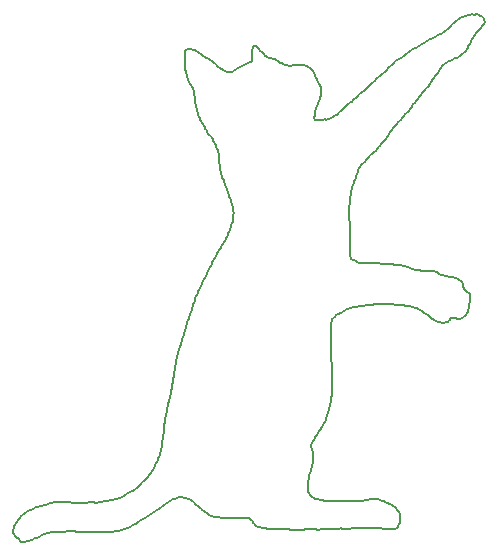
<source format=gbr>
G04 #@! TF.GenerationSoftware,KiCad,Pcbnew,(5.1.2)-1*
G04 #@! TF.CreationDate,2019-05-06T21:39:49-07:00*
G04 #@! TF.ProjectId,12v1a_psu,31327631-615f-4707-9375-2e6b69636164,rev?*
G04 #@! TF.SameCoordinates,Original*
G04 #@! TF.FileFunction,Legend,Bot*
G04 #@! TF.FilePolarity,Positive*
%FSLAX46Y46*%
G04 Gerber Fmt 4.6, Leading zero omitted, Abs format (unit mm)*
G04 Created by KiCad (PCBNEW (5.1.2)-1) date 2019-05-06 21:39:49*
%MOMM*%
%LPD*%
G04 APERTURE LIST*
%ADD10C,0.200000*%
G04 APERTURE END LIST*
D10*
X148272500Y-96858750D02*
X148167773Y-96955342D01*
X148167773Y-96955342D02*
X148058058Y-97051254D01*
X148058058Y-97051254D02*
X147949543Y-97143460D01*
X147949543Y-97143460D02*
X147931250Y-97158750D01*
X137446250Y-95133750D02*
X137313033Y-95216595D01*
X137313033Y-95216595D02*
X137185663Y-95295776D01*
X137185663Y-95295776D02*
X137060444Y-95372650D01*
X137060444Y-95372650D02*
X136933496Y-95446543D01*
X136933496Y-95446543D02*
X136795403Y-95508652D01*
X136795403Y-95508652D02*
X136607758Y-95524935D01*
X136607758Y-95524935D02*
X136542500Y-95523750D01*
X137795000Y-94946250D02*
X137656988Y-95008350D01*
X137656988Y-95008350D02*
X137528832Y-95082466D01*
X137528832Y-95082466D02*
X137446250Y-95133750D01*
X138413750Y-94665000D02*
X138281591Y-94734617D01*
X138281591Y-94734617D02*
X138145667Y-94801054D01*
X138145667Y-94801054D02*
X138006563Y-94865112D01*
X138006563Y-94865112D02*
X137864602Y-94924887D01*
X137864602Y-94924887D02*
X137795000Y-94946250D01*
X139606250Y-94155000D02*
X139513369Y-94046532D01*
X139513369Y-94046532D02*
X139417551Y-93939538D01*
X139417551Y-93939538D02*
X139319621Y-93833804D01*
X139319621Y-93833804D02*
X139220633Y-93730005D01*
X139220633Y-93730005D02*
X139120688Y-93628164D01*
X139120688Y-93628164D02*
X139018539Y-93527419D01*
X139018539Y-93527419D02*
X138914094Y-93428954D01*
X138914094Y-93428954D02*
X138806351Y-93336150D01*
X138806351Y-93336150D02*
X138740000Y-93296249D01*
X143045000Y-94998750D02*
X142872358Y-94970585D01*
X142872358Y-94970585D02*
X142685645Y-94956260D01*
X142685645Y-94956260D02*
X142489698Y-94949468D01*
X142489698Y-94949468D02*
X142288666Y-94949173D01*
X142288666Y-94949173D02*
X142094509Y-94955775D01*
X142094509Y-94955775D02*
X141909649Y-94972118D01*
X141909649Y-94972118D02*
X141811250Y-94991250D01*
X144241250Y-96652500D02*
X144174967Y-96514123D01*
X144174967Y-96514123D02*
X144106315Y-96381588D01*
X144106315Y-96381588D02*
X144034338Y-96252653D01*
X144034338Y-96252653D02*
X143982500Y-96168749D01*
X149832500Y-95426250D02*
X149729990Y-95526161D01*
X149729990Y-95526161D02*
X149623309Y-95622109D01*
X149623309Y-95622109D02*
X149513625Y-95714481D01*
X149513625Y-95714481D02*
X149431250Y-95778750D01*
X154501250Y-92295000D02*
X154367823Y-92363056D01*
X154367823Y-92363056D02*
X154234481Y-92431524D01*
X154234481Y-92431524D02*
X154097796Y-92502232D01*
X154097796Y-92502232D02*
X153965060Y-92571468D01*
X153965060Y-92571468D02*
X153829347Y-92642903D01*
X153829347Y-92642903D02*
X153697476Y-92713013D01*
X153697476Y-92713013D02*
X153562848Y-92785372D01*
X153562848Y-92785372D02*
X153431842Y-92856624D01*
X153431842Y-92856624D02*
X153298139Y-92930277D01*
X153298139Y-92930277D02*
X153167701Y-93003125D01*
X153167701Y-93003125D02*
X153034435Y-93078645D01*
X153034435Y-93078645D02*
X152903928Y-93153751D01*
X152903928Y-93153751D02*
X152764719Y-93235196D01*
X152764719Y-93235196D02*
X152638637Y-93310201D01*
X152638637Y-93310201D02*
X152508648Y-93388815D01*
X152508648Y-93388815D02*
X152379129Y-93468462D01*
X152379129Y-93468462D02*
X152250956Y-93548595D01*
X152250956Y-93548595D02*
X152123651Y-93629464D01*
X152123651Y-93629464D02*
X152000764Y-93708707D01*
X152000764Y-93708707D02*
X151877216Y-93789508D01*
X151877216Y-93789508D02*
X151756679Y-93869377D01*
X151756679Y-93869377D02*
X151636142Y-93950214D01*
X151636142Y-93950214D02*
X151515292Y-94032156D01*
X151515292Y-94032156D02*
X151456250Y-94072499D01*
X157343750Y-90678750D02*
X157287500Y-90671250D01*
X154347500Y-95441250D02*
X154405162Y-95298310D01*
X154405162Y-95298310D02*
X154474874Y-95167136D01*
X154474874Y-95167136D02*
X154556403Y-95047348D01*
X154556403Y-95047348D02*
X154647500Y-94953750D01*
X150871250Y-94462500D02*
X150757377Y-94553058D01*
X150757377Y-94553058D02*
X150649256Y-94648777D01*
X150649256Y-94648777D02*
X150542387Y-94745746D01*
X150542387Y-94745746D02*
X150433204Y-94846355D01*
X150433204Y-94846355D02*
X150328605Y-94943908D01*
X150328605Y-94943908D02*
X150223321Y-95043202D01*
X150223321Y-95043202D02*
X150120591Y-95141234D01*
X150120591Y-95141234D02*
X150015557Y-95242898D01*
X150015557Y-95242898D02*
X149914582Y-95342611D01*
X149914582Y-95342611D02*
X149832500Y-95426250D01*
X153766250Y-96258750D02*
X153840219Y-96132093D01*
X153840219Y-96132093D02*
X153920601Y-96010967D01*
X153920601Y-96010967D02*
X154011498Y-95892653D01*
X154011498Y-95892653D02*
X154105469Y-95784779D01*
X154105469Y-95784779D02*
X154167500Y-95718749D01*
X147931250Y-97158750D02*
X147820702Y-97251620D01*
X147820702Y-97251620D02*
X147712568Y-97344100D01*
X147712568Y-97344100D02*
X147605383Y-97439652D01*
X147605383Y-97439652D02*
X147500859Y-97536246D01*
X147500859Y-97536246D02*
X147390781Y-97639439D01*
X147390781Y-97639439D02*
X147286311Y-97737733D01*
X147286311Y-97737733D02*
X147260000Y-97762500D01*
X145163750Y-99461249D02*
X145175000Y-99472500D01*
X145118750Y-99446250D02*
X145163750Y-99461249D01*
X145186250Y-99423749D02*
X145118750Y-99446250D01*
X147260000Y-97762500D02*
X147153547Y-97859564D01*
X147153547Y-97859564D02*
X147044258Y-97952212D01*
X147044258Y-97952212D02*
X146930454Y-98040931D01*
X146930454Y-98040931D02*
X146847500Y-98096250D01*
X157718750Y-91987500D02*
X157815699Y-91882549D01*
X157815699Y-91882549D02*
X157910379Y-91775611D01*
X157910379Y-91775611D02*
X158002673Y-91666810D01*
X158002673Y-91666810D02*
X158092391Y-91554551D01*
X158092391Y-91554551D02*
X158138750Y-91488750D01*
X157006250Y-93030000D02*
X157064396Y-92887207D01*
X157064396Y-92887207D02*
X157131598Y-92752005D01*
X157131598Y-92752005D02*
X157205719Y-92625227D01*
X157205719Y-92625227D02*
X157286675Y-92503623D01*
X157286675Y-92503623D02*
X157371661Y-92388454D01*
X157371661Y-92388454D02*
X157460903Y-92276956D01*
X157460903Y-92276956D02*
X157553442Y-92168573D01*
X157553442Y-92168573D02*
X157649479Y-92061778D01*
X157649479Y-92061778D02*
X157718750Y-91987500D01*
X156402500Y-93952500D02*
X156507128Y-93856784D01*
X156507128Y-93856784D02*
X156602341Y-93750625D01*
X156602341Y-93750625D02*
X156684755Y-93632941D01*
X156684755Y-93632941D02*
X156754742Y-93501633D01*
X156754742Y-93501633D02*
X156766250Y-93476250D01*
X154647500Y-94953750D02*
X154766435Y-94870744D01*
X154766435Y-94870744D02*
X154889764Y-94792497D01*
X154889764Y-94792497D02*
X155015653Y-94716944D01*
X155015653Y-94716944D02*
X155146362Y-94641865D01*
X155146362Y-94641865D02*
X155277478Y-94569646D01*
X155277478Y-94569646D02*
X155410429Y-94499901D01*
X155410429Y-94499901D02*
X155546370Y-94433845D01*
X155546370Y-94433845D02*
X155686250Y-94383750D01*
X156766250Y-93476250D02*
X156833750Y-93342965D01*
X156833750Y-93342965D02*
X156882500Y-93277499D01*
X144976250Y-99554999D02*
X144798572Y-99577573D01*
X144798572Y-99577573D02*
X144758750Y-99554999D01*
X157287500Y-90671250D02*
X157111250Y-90663750D01*
X157823750Y-90761250D02*
X157686779Y-90697041D01*
X157686779Y-90697041D02*
X157532969Y-90650605D01*
X157532969Y-90650605D02*
X157346849Y-90664850D01*
X157346849Y-90664850D02*
X157343750Y-90678750D01*
X145568750Y-99217499D02*
X145448977Y-99299681D01*
X145448977Y-99299681D02*
X145324074Y-99376448D01*
X145324074Y-99376448D02*
X145186250Y-99423749D01*
X157111250Y-90663750D02*
X156947737Y-90702863D01*
X156947737Y-90702863D02*
X156803750Y-90727500D01*
X139936250Y-94327500D02*
X139764027Y-94299063D01*
X139764027Y-94299063D02*
X139652491Y-94209592D01*
X139652491Y-94209592D02*
X139606250Y-94155000D01*
X143982500Y-96168749D02*
X143912283Y-96037348D01*
X143912283Y-96037348D02*
X143854779Y-95893409D01*
X143854779Y-95893409D02*
X143817500Y-95756249D01*
X141811250Y-94991250D02*
X141630244Y-95011036D01*
X141630244Y-95011036D02*
X141456318Y-94984375D01*
X141456318Y-94984375D02*
X141302516Y-94936543D01*
X141302516Y-94936543D02*
X141160302Y-94877222D01*
X141160302Y-94877222D02*
X141024964Y-94809916D01*
X141024964Y-94809916D02*
X140896143Y-94737556D01*
X140896143Y-94737556D02*
X140771099Y-94660590D01*
X140771099Y-94660590D02*
X140697500Y-94612500D01*
X146847500Y-98096250D02*
X146730005Y-98179093D01*
X146730005Y-98179093D02*
X146621278Y-98271802D01*
X146621278Y-98271802D02*
X146516504Y-98368558D01*
X146516504Y-98368558D02*
X146415402Y-98468281D01*
X146415402Y-98468281D02*
X146412500Y-98471250D01*
X143813750Y-99562500D02*
X143781484Y-99394475D01*
X143781484Y-99394475D02*
X143800518Y-99212984D01*
X143800518Y-99212984D02*
X143829827Y-99039355D01*
X143829827Y-99039355D02*
X143864901Y-98872485D01*
X143864901Y-98872485D02*
X143905123Y-98709367D01*
X143905123Y-98709367D02*
X143949751Y-98552818D01*
X143949751Y-98552818D02*
X144001017Y-98399012D01*
X144001017Y-98399012D02*
X144050000Y-98276250D01*
X145175000Y-99472500D02*
X145037141Y-99535421D01*
X145037141Y-99535421D02*
X144976250Y-99554999D01*
X153481250Y-96652500D02*
X153563615Y-96533051D01*
X153563615Y-96533051D02*
X153578750Y-96517500D01*
X151456250Y-94072499D02*
X151335819Y-94155054D01*
X151335819Y-94155054D02*
X151213448Y-94238401D01*
X151213448Y-94238401D02*
X151093007Y-94319712D01*
X151093007Y-94319712D02*
X150972262Y-94399948D01*
X150972262Y-94399948D02*
X150871250Y-94462500D01*
X156125000Y-90960000D02*
X156004630Y-91041128D01*
X156004630Y-91041128D02*
X155893947Y-91131227D01*
X155893947Y-91131227D02*
X155786726Y-91224799D01*
X155786726Y-91224799D02*
X155680676Y-91320565D01*
X155680676Y-91320565D02*
X155576065Y-91416884D01*
X155576065Y-91416884D02*
X155469161Y-91516535D01*
X155469161Y-91516535D02*
X155375000Y-91605000D01*
X156882500Y-93277499D02*
X156956014Y-93148502D01*
X156956014Y-93148502D02*
X157006250Y-93030000D01*
X156803750Y-90727500D02*
X156635531Y-90761888D01*
X156635531Y-90761888D02*
X156480749Y-90808175D01*
X156480749Y-90808175D02*
X156332718Y-90862872D01*
X156332718Y-90862872D02*
X156192980Y-90924863D01*
X156192980Y-90924863D02*
X156125000Y-90960000D01*
X154167500Y-95718749D02*
X154258501Y-95603473D01*
X154258501Y-95603473D02*
X154333045Y-95477633D01*
X154333045Y-95477633D02*
X154347500Y-95441250D01*
X155375000Y-91605000D02*
X155270989Y-91703267D01*
X155270989Y-91703267D02*
X155167365Y-91799695D01*
X155167365Y-91799695D02*
X155061095Y-91896130D01*
X155061095Y-91896130D02*
X154953038Y-91990134D01*
X154953038Y-91990134D02*
X154841583Y-92080489D01*
X154841583Y-92080489D02*
X154723056Y-92166180D01*
X154723056Y-92166180D02*
X154598153Y-92243205D01*
X154598153Y-92243205D02*
X154501250Y-92295000D01*
X158138750Y-91488750D02*
X158192787Y-91342634D01*
X158192787Y-91342634D02*
X158187025Y-91148021D01*
X158187025Y-91148021D02*
X158121976Y-91012828D01*
X158121976Y-91012828D02*
X158028224Y-90906463D01*
X158028224Y-90906463D02*
X157914201Y-90816982D01*
X157914201Y-90816982D02*
X157823750Y-90761250D01*
X138481250Y-94211250D02*
X138479601Y-94411963D01*
X138479601Y-94411963D02*
X138463381Y-94596169D01*
X138463381Y-94596169D02*
X138413750Y-94665000D01*
X144050000Y-98276250D02*
X144111309Y-98133802D01*
X144111309Y-98133802D02*
X144169752Y-97989498D01*
X144169752Y-97989498D02*
X144224362Y-97843705D01*
X144224362Y-97843705D02*
X144274841Y-97693925D01*
X144274841Y-97693925D02*
X144319950Y-97537291D01*
X144319950Y-97537291D02*
X144356151Y-97372138D01*
X144356151Y-97372138D02*
X144375930Y-97191398D01*
X144375930Y-97191398D02*
X144376250Y-97177500D01*
X144706250Y-99554999D02*
X144535488Y-99584284D01*
X144535488Y-99584284D02*
X144335598Y-99584651D01*
X144335598Y-99584651D02*
X144137997Y-99578776D01*
X144137997Y-99578776D02*
X143944328Y-99569804D01*
X143944328Y-99569804D02*
X143813750Y-99562500D01*
X149431250Y-95778750D02*
X149320733Y-95869539D01*
X149320733Y-95869539D02*
X149212326Y-95964889D01*
X149212326Y-95964889D02*
X149106394Y-96061563D01*
X149106394Y-96061563D02*
X148998707Y-96161938D01*
X148998707Y-96161938D02*
X148891847Y-96262844D01*
X148891847Y-96262844D02*
X148784315Y-96365265D01*
X148784315Y-96365265D02*
X148676565Y-96468499D01*
X148676565Y-96468499D02*
X148564482Y-96576351D01*
X148564482Y-96576351D02*
X148457007Y-96680097D01*
X148457007Y-96680097D02*
X148353122Y-96780614D01*
X148353122Y-96780614D02*
X148272500Y-96858750D01*
X155686250Y-94383750D02*
X155822510Y-94317848D01*
X155822510Y-94317848D02*
X155949940Y-94244523D01*
X155949940Y-94244523D02*
X156077116Y-94167983D01*
X156077116Y-94167983D02*
X156200805Y-94090738D01*
X156200805Y-94090738D02*
X156322077Y-94011167D01*
X156322077Y-94011167D02*
X156402500Y-93952500D01*
X153083750Y-97143750D02*
X153178848Y-97035887D01*
X153178848Y-97035887D02*
X153273373Y-96925841D01*
X153273373Y-96925841D02*
X153364906Y-96815518D01*
X153364906Y-96815518D02*
X153452287Y-96702464D01*
X153452287Y-96702464D02*
X153481250Y-96652500D01*
X135875000Y-95265000D02*
X135766728Y-95173045D01*
X135766728Y-95173045D02*
X135656403Y-95082677D01*
X135656403Y-95082677D02*
X135542354Y-94991268D01*
X135542354Y-94991268D02*
X135428652Y-94901617D01*
X135428652Y-94901617D02*
X135313744Y-94812281D01*
X135313744Y-94812281D02*
X135199134Y-94724369D01*
X135199134Y-94724369D02*
X135081879Y-94635708D01*
X135081879Y-94635708D02*
X134965277Y-94549009D01*
X134965277Y-94549009D02*
X134847343Y-94463242D01*
X134847343Y-94463242D02*
X134729505Y-94380515D01*
X134729505Y-94380515D02*
X134637500Y-94320000D01*
X146412500Y-98471250D02*
X146312513Y-98572705D01*
X146312513Y-98572705D02*
X146211871Y-98674028D01*
X146211871Y-98674028D02*
X146109260Y-98775459D01*
X146109260Y-98775459D02*
X146005729Y-98873811D01*
X146005729Y-98873811D02*
X145898801Y-98968108D01*
X145898801Y-98968108D02*
X145786907Y-99057590D01*
X145786907Y-99057590D02*
X145670655Y-99143988D01*
X145670655Y-99143988D02*
X145568750Y-99217499D01*
X136542500Y-95523750D02*
X136351998Y-95511654D01*
X136351998Y-95511654D02*
X136190476Y-95473132D01*
X136190476Y-95473132D02*
X136056284Y-95406536D01*
X136056284Y-95406536D02*
X135940530Y-95321653D01*
X135940530Y-95321653D02*
X135875000Y-95265000D01*
X138740000Y-93296249D02*
X138621277Y-93377641D01*
X138621277Y-93377641D02*
X138559810Y-93516564D01*
X138559810Y-93516564D02*
X138520980Y-93679581D01*
X138520980Y-93679581D02*
X138497057Y-93856730D01*
X138497057Y-93856730D02*
X138484423Y-94045163D01*
X138484423Y-94045163D02*
X138481250Y-94211250D01*
X143817500Y-95756249D02*
X143770765Y-95601520D01*
X143770765Y-95601520D02*
X143702922Y-95466881D01*
X143702922Y-95466881D02*
X143618176Y-95349763D01*
X143618176Y-95349763D02*
X143517713Y-95247164D01*
X143517713Y-95247164D02*
X143404323Y-95159749D01*
X143404323Y-95159749D02*
X143276728Y-95085886D01*
X143276728Y-95085886D02*
X143134973Y-95026424D01*
X143134973Y-95026424D02*
X143045000Y-94998750D01*
X140697500Y-94612500D02*
X140573687Y-94534826D01*
X140573687Y-94534826D02*
X140442692Y-94465264D01*
X140442692Y-94465264D02*
X140301533Y-94405797D01*
X140301533Y-94405797D02*
X140147350Y-94359685D01*
X140147350Y-94359685D02*
X139974772Y-94330830D01*
X139974772Y-94330830D02*
X139936250Y-94327500D01*
X144376250Y-97177500D02*
X144364523Y-96988393D01*
X144364523Y-96988393D02*
X144319588Y-96832897D01*
X144319588Y-96832897D02*
X144258866Y-96690406D01*
X144258866Y-96690406D02*
X144241250Y-96652500D01*
X144758750Y-99554999D02*
X144706250Y-99554999D01*
X153578750Y-96517500D02*
X153671898Y-96407737D01*
X153671898Y-96407737D02*
X153751283Y-96286202D01*
X153751283Y-96286202D02*
X153766250Y-96258750D01*
X148962500Y-102195000D02*
X149060291Y-102090810D01*
X149060291Y-102090810D02*
X149131250Y-102000000D01*
X155318750Y-116392500D02*
X155505162Y-116378261D01*
X155505162Y-116378261D02*
X155688201Y-116397045D01*
X155688201Y-116397045D02*
X155727500Y-116403750D01*
X146922500Y-105581250D02*
X146959123Y-105416232D01*
X146959123Y-105416232D02*
X147003711Y-105259277D01*
X147003711Y-105259277D02*
X147052588Y-105106091D01*
X147052588Y-105106091D02*
X147104912Y-104957383D01*
X147104912Y-104957383D02*
X147110000Y-104943750D01*
X156541250Y-116212500D02*
X156635678Y-116106364D01*
X156635678Y-116106364D02*
X156716028Y-115986137D01*
X156716028Y-115986137D02*
X156781777Y-115850463D01*
X156781777Y-115850463D02*
X156832441Y-115697888D01*
X156832441Y-115697888D02*
X156867098Y-115530153D01*
X156867098Y-115530153D02*
X156886250Y-115346250D01*
X146873750Y-111288750D02*
X146814346Y-111147067D01*
X146814346Y-111147067D02*
X146787138Y-110973949D01*
X146787138Y-110973949D02*
X146776649Y-110783956D01*
X146776649Y-110783956D02*
X146775490Y-110584523D01*
X146775490Y-110584523D02*
X146779671Y-110388061D01*
X146779671Y-110388061D02*
X146786912Y-110194727D01*
X146786912Y-110194727D02*
X146796064Y-110003849D01*
X146796064Y-110003849D02*
X146806736Y-109810493D01*
X146806736Y-109810493D02*
X146810000Y-109755000D01*
X156410000Y-113748750D02*
X156387500Y-113651250D01*
X145216250Y-119752500D02*
X145203203Y-119562628D01*
X145203203Y-119562628D02*
X145194209Y-119369632D01*
X145194209Y-119369632D02*
X145187867Y-119174585D01*
X145187867Y-119174585D02*
X145183516Y-118978483D01*
X145183516Y-118978483D02*
X145180725Y-118776462D01*
X145180725Y-118776462D02*
X145179384Y-118571670D01*
X145179384Y-118571670D02*
X145179396Y-118365099D01*
X145179396Y-118365099D02*
X145180664Y-118163056D01*
X145180664Y-118163056D02*
X145183118Y-117964180D01*
X145183118Y-117964180D02*
X145186906Y-117760805D01*
X145186906Y-117760805D02*
X145191980Y-117562139D01*
X145191980Y-117562139D02*
X145198461Y-117367762D01*
X145198461Y-117367762D02*
X145206708Y-117175381D01*
X145206708Y-117175381D02*
X145217425Y-116983115D01*
X145217425Y-116983115D02*
X145231721Y-116794763D01*
X145231721Y-116794763D02*
X145252970Y-116614752D01*
X145252970Y-116614752D02*
X145253750Y-116610000D01*
X151737500Y-112087500D02*
X151588322Y-112036393D01*
X151588322Y-112036393D02*
X151431497Y-111991378D01*
X151431497Y-111991378D02*
X151267100Y-111951945D01*
X151267100Y-111951945D02*
X151099364Y-111918261D01*
X151099364Y-111918261D02*
X150927676Y-111889265D01*
X150927676Y-111889265D02*
X150752552Y-111864271D01*
X150752552Y-111864271D02*
X150571506Y-111842356D01*
X150571506Y-111842356D02*
X150389298Y-111823568D01*
X150389298Y-111823568D02*
X150201518Y-111807013D01*
X150201518Y-111807013D02*
X150013855Y-111792813D01*
X150013855Y-111792813D02*
X149822577Y-111780342D01*
X149822577Y-111780342D02*
X149627972Y-111769391D01*
X149627972Y-111769391D02*
X149435666Y-111760014D01*
X149435666Y-111760014D02*
X149240416Y-111751743D01*
X149240416Y-111751743D02*
X149046388Y-111744587D01*
X149046388Y-111744587D02*
X148850998Y-111738301D01*
X148850998Y-111738301D02*
X148654922Y-111732793D01*
X148654922Y-111732793D02*
X148453526Y-111727862D01*
X148453526Y-111727862D02*
X148437500Y-111727500D01*
X154073750Y-112466250D02*
X153918367Y-112421408D01*
X153918367Y-112421408D02*
X153743278Y-112395695D01*
X153743278Y-112395695D02*
X153555878Y-112381511D01*
X153555878Y-112381511D02*
X153363696Y-112372848D01*
X153363696Y-112372848D02*
X153237500Y-112368750D01*
X154932500Y-116715000D02*
X155083667Y-116664582D01*
X155083667Y-116664582D02*
X155196132Y-116576958D01*
X155196132Y-116576958D02*
X155228750Y-116523750D01*
X154268750Y-112575000D02*
X154145236Y-112496505D01*
X154145236Y-112496505D02*
X154073750Y-112466250D01*
X156432500Y-113763750D02*
X156410000Y-113748750D01*
X154058750Y-116643750D02*
X154210591Y-116693213D01*
X154210591Y-116693213D02*
X154381568Y-116726394D01*
X154381568Y-116726394D02*
X154403750Y-116730000D01*
X154403750Y-116730000D02*
X154580445Y-116753962D01*
X154580445Y-116753962D02*
X154778012Y-116751307D01*
X154778012Y-116751307D02*
X154932500Y-116715000D01*
X154850000Y-112796250D02*
X154689291Y-112755544D01*
X154689291Y-112755544D02*
X154542404Y-112701501D01*
X154542404Y-112701501D02*
X154512500Y-112687500D01*
X155727500Y-116403750D02*
X155910675Y-116421836D01*
X155910675Y-116421836D02*
X156100201Y-116411046D01*
X156100201Y-116411046D02*
X156263855Y-116374102D01*
X156263855Y-116374102D02*
X156405336Y-116313965D01*
X156405336Y-116313965D02*
X156523148Y-116230084D01*
X156523148Y-116230084D02*
X156541250Y-116212500D01*
X153781250Y-116441250D02*
X153818750Y-116471250D01*
X146618750Y-115601250D02*
X146763302Y-115545612D01*
X146763302Y-115545612D02*
X146919815Y-115500990D01*
X146919815Y-115500990D02*
X147081069Y-115462065D01*
X147081069Y-115462065D02*
X147247279Y-115426776D01*
X147247279Y-115426776D02*
X147418356Y-115394507D01*
X147418356Y-115394507D02*
X147589791Y-115365924D01*
X147589791Y-115365924D02*
X147766783Y-115340451D01*
X147766783Y-115340451D02*
X147946820Y-115319363D01*
X147946820Y-115319363D02*
X148066250Y-115308750D01*
X153695000Y-116366250D02*
X153781250Y-116441250D01*
X146262500Y-115781250D02*
X146401380Y-115710894D01*
X146401380Y-115710894D02*
X146537483Y-115642747D01*
X146537483Y-115642747D02*
X146618750Y-115601250D01*
X156886250Y-115346250D02*
X156902809Y-115159455D01*
X156902809Y-115159455D02*
X156933446Y-114989744D01*
X156933446Y-114989744D02*
X156953750Y-114926250D01*
X154512500Y-112687500D02*
X154375640Y-112623809D01*
X154375640Y-112623809D02*
X154317500Y-112608750D01*
X147462500Y-103953750D02*
X147518722Y-103808510D01*
X147518722Y-103808510D02*
X147590061Y-103679321D01*
X147590061Y-103679321D02*
X147670671Y-103559114D01*
X147670671Y-103559114D02*
X147757012Y-103444971D01*
X147757012Y-103444971D02*
X147847352Y-103334802D01*
X147847352Y-103334802D02*
X147941781Y-103226062D01*
X147941781Y-103226062D02*
X148038279Y-103119557D01*
X148038279Y-103119557D02*
X148135155Y-103016000D01*
X148135155Y-103016000D02*
X148234102Y-102912824D01*
X148234102Y-102912824D02*
X148335919Y-102808754D01*
X148335919Y-102808754D02*
X148436185Y-102707892D01*
X148436185Y-102707892D02*
X148537014Y-102607768D01*
X148537014Y-102607768D02*
X148642724Y-102503937D01*
X148642724Y-102503937D02*
X148744957Y-102404424D01*
X148744957Y-102404424D02*
X148846726Y-102306103D01*
X148846726Y-102306103D02*
X148953385Y-102203718D01*
X148953385Y-102203718D02*
X148962500Y-102195000D01*
X147110000Y-104943750D02*
X147168360Y-104793616D01*
X147168360Y-104793616D02*
X147225803Y-104645019D01*
X147225803Y-104645019D02*
X147282477Y-104496390D01*
X147282477Y-104496390D02*
X147336782Y-104349620D01*
X147336782Y-104349620D02*
X147389331Y-104198212D01*
X147389331Y-104198212D02*
X147436867Y-104045119D01*
X147436867Y-104045119D02*
X147462500Y-103953750D01*
X146825000Y-106139999D02*
X146856791Y-105963649D01*
X146856791Y-105963649D02*
X146887259Y-105791036D01*
X146887259Y-105791036D02*
X146916527Y-105618402D01*
X146916527Y-105618402D02*
X146922500Y-105581250D01*
X154317500Y-112608750D02*
X154268750Y-112575000D01*
X146787500Y-108423750D02*
X146769615Y-108240967D01*
X146769615Y-108240967D02*
X146756113Y-108049375D01*
X146756113Y-108049375D02*
X146746839Y-107857909D01*
X146746839Y-107857909D02*
X146741059Y-107663090D01*
X146741059Y-107663090D02*
X146738582Y-107464093D01*
X146738582Y-107464093D02*
X146739414Y-107263684D01*
X146739414Y-107263684D02*
X146743546Y-107065350D01*
X146743546Y-107065350D02*
X146750925Y-106872590D01*
X146750925Y-106872590D02*
X146761987Y-106681089D01*
X146761987Y-106681089D02*
X146777213Y-106493815D01*
X146777213Y-106493815D02*
X146797388Y-106313906D01*
X146797388Y-106313906D02*
X146824820Y-106140924D01*
X146824820Y-106140924D02*
X146825000Y-106139999D01*
X146810000Y-109755000D02*
X146820756Y-109561984D01*
X146820756Y-109561984D02*
X146829839Y-109370579D01*
X146829839Y-109370579D02*
X146835406Y-109171793D01*
X146835406Y-109171793D02*
X146833609Y-108973102D01*
X146833609Y-108973102D02*
X146823118Y-108783168D01*
X146823118Y-108783168D02*
X146806561Y-108599559D01*
X146806561Y-108599559D02*
X146787500Y-108423750D01*
X155356250Y-112890000D02*
X155185614Y-112857907D01*
X155185614Y-112857907D02*
X155016273Y-112826730D01*
X155016273Y-112826730D02*
X154850000Y-112796250D01*
X148696250Y-115233750D02*
X148877045Y-115213338D01*
X148877045Y-115213338D02*
X149071775Y-115203228D01*
X149071775Y-115203228D02*
X149267320Y-115197245D01*
X149267320Y-115197245D02*
X149466445Y-115193806D01*
X149466445Y-115193806D02*
X149681081Y-115192457D01*
X149681081Y-115192457D02*
X149881071Y-115193244D01*
X149881071Y-115193244D02*
X150080973Y-115196173D01*
X150080973Y-115196173D02*
X150277923Y-115201720D01*
X150277923Y-115201720D02*
X150471008Y-115211273D01*
X150471008Y-115211273D02*
X150650000Y-115230000D01*
X156387500Y-113651250D02*
X156363851Y-113474773D01*
X156363851Y-113474773D02*
X156275561Y-113360531D01*
X156275561Y-113360531D02*
X156267500Y-113351250D01*
X150650000Y-115230000D02*
X150828121Y-115255646D01*
X150828121Y-115255646D02*
X151009884Y-115276243D01*
X151009884Y-115276243D02*
X151192648Y-115293861D01*
X151192648Y-115293861D02*
X151328750Y-115305000D01*
X145253750Y-122808750D02*
X145261050Y-122615199D01*
X145261050Y-122615199D02*
X145265575Y-122417239D01*
X145265575Y-122417239D02*
X145268714Y-122214195D01*
X145268714Y-122214195D02*
X145270832Y-122012632D01*
X145270832Y-122012632D02*
X145272189Y-121809942D01*
X145272189Y-121809942D02*
X145272884Y-121603197D01*
X145272884Y-121603197D02*
X145272932Y-121400560D01*
X145272932Y-121400560D02*
X145272335Y-121195367D01*
X145272335Y-121195367D02*
X145271069Y-120995703D01*
X145271069Y-120995703D02*
X145268999Y-120795721D01*
X145268999Y-120795721D02*
X145265860Y-120595550D01*
X145265860Y-120595550D02*
X145261173Y-120399934D01*
X145261173Y-120399934D02*
X145252967Y-120205719D01*
X145252967Y-120205719D02*
X145250000Y-120165000D01*
X144387500Y-125688750D02*
X144460703Y-125557771D01*
X144460703Y-125557771D02*
X144540273Y-125436517D01*
X144540273Y-125436517D02*
X144548750Y-125426250D01*
X145253750Y-116610000D02*
X145314575Y-116470323D01*
X145314575Y-116470323D02*
X145400906Y-116354863D01*
X145400906Y-116354863D02*
X145498528Y-116250232D01*
X145498528Y-116250232D02*
X145604829Y-116153790D01*
X145604829Y-116153790D02*
X145719401Y-116065867D01*
X145719401Y-116065867D02*
X145843237Y-115989334D01*
X145843237Y-115989334D02*
X145868750Y-115976250D01*
X156935000Y-114345000D02*
X156842708Y-114236751D01*
X156842708Y-114236751D02*
X156738923Y-114139706D01*
X156738923Y-114139706D02*
X156653750Y-114071250D01*
X156953750Y-114926250D02*
X156997950Y-114770083D01*
X156997950Y-114770083D02*
X157000964Y-114572912D01*
X157000964Y-114572912D02*
X156964995Y-114408329D01*
X156964995Y-114408329D02*
X156935000Y-114345000D01*
X153256250Y-116040000D02*
X153370875Y-116131027D01*
X153370875Y-116131027D02*
X153484191Y-116218077D01*
X153484191Y-116218077D02*
X153599710Y-116303191D01*
X153599710Y-116303191D02*
X153695000Y-116366250D01*
X151328750Y-115305000D02*
X151517599Y-115321810D01*
X151517599Y-115321810D02*
X151696002Y-115344824D01*
X151696002Y-115344824D02*
X151865240Y-115376979D01*
X151865240Y-115376979D02*
X152025552Y-115418549D01*
X152025552Y-115418549D02*
X152153750Y-115458750D01*
X156267500Y-113351250D02*
X156168928Y-113249399D01*
X156168928Y-113249399D02*
X156056219Y-113160538D01*
X156056219Y-113160538D02*
X155931629Y-113083808D01*
X155931629Y-113083808D02*
X155795766Y-113018087D01*
X155795766Y-113018087D02*
X155650445Y-112963391D01*
X155650445Y-112963391D02*
X155494673Y-112919022D01*
X155494673Y-112919022D02*
X155356250Y-112890000D01*
X152153750Y-115458750D02*
X152305073Y-115508581D01*
X152305073Y-115508581D02*
X152453253Y-115560844D01*
X152453253Y-115560844D02*
X152599260Y-115618574D01*
X152599260Y-115618574D02*
X152735962Y-115682098D01*
X152735962Y-115682098D02*
X152867064Y-115755309D01*
X152867064Y-115755309D02*
X152988387Y-115834945D01*
X152988387Y-115834945D02*
X153105203Y-115920708D01*
X153105203Y-115920708D02*
X153218884Y-116009895D01*
X153218884Y-116009895D02*
X153256250Y-116040000D01*
X144860000Y-124608750D02*
X144904970Y-124448621D01*
X144904970Y-124448621D02*
X144950703Y-124289225D01*
X144950703Y-124289225D02*
X144997049Y-124132625D01*
X144997049Y-124132625D02*
X145006250Y-124102500D01*
X147575000Y-111686250D02*
X147428968Y-111631759D01*
X147428968Y-111631759D02*
X147290937Y-111567489D01*
X147290937Y-111567489D02*
X147160324Y-111497508D01*
X147160324Y-111497508D02*
X147036160Y-111421654D01*
X147036160Y-111421654D02*
X146920422Y-111336319D01*
X146920422Y-111336319D02*
X146873750Y-111288750D01*
X145006250Y-124102500D02*
X145052462Y-123947915D01*
X145052462Y-123947915D02*
X145097265Y-123789807D01*
X145097265Y-123789807D02*
X145139057Y-123628597D01*
X145139057Y-123628597D02*
X145176054Y-123463646D01*
X145176054Y-123463646D02*
X145206476Y-123293902D01*
X145206476Y-123293902D02*
X145230154Y-123111560D01*
X145230154Y-123111560D02*
X145246325Y-122926550D01*
X145246325Y-122926550D02*
X145253750Y-122808750D01*
X156653750Y-114071250D02*
X156542793Y-113981403D01*
X156542793Y-113981403D02*
X156445118Y-113878365D01*
X156445118Y-113878365D02*
X156432500Y-113763750D01*
X145868750Y-115976250D02*
X146005109Y-115910010D01*
X146005109Y-115910010D02*
X146143608Y-115841469D01*
X146143608Y-115841469D02*
X146262500Y-115781250D01*
X145250000Y-120165000D02*
X145234602Y-119971877D01*
X145234602Y-119971877D02*
X145219175Y-119785580D01*
X145219175Y-119785580D02*
X145216250Y-119752500D01*
X155228750Y-116523750D02*
X155307278Y-116402249D01*
X155307278Y-116402249D02*
X155318750Y-116392500D01*
X144548750Y-125426250D02*
X144618519Y-125295380D01*
X144618519Y-125295380D02*
X144677824Y-125152921D01*
X144677824Y-125152921D02*
X144733189Y-125004870D01*
X144733189Y-125004870D02*
X144784774Y-124854612D01*
X144784774Y-124854612D02*
X144832821Y-124702112D01*
X144832821Y-124702112D02*
X144860000Y-124608750D01*
X152273750Y-98145000D02*
X152355632Y-98025384D01*
X152355632Y-98025384D02*
X152440304Y-97909226D01*
X152440304Y-97909226D02*
X152528162Y-97795019D01*
X152528162Y-97795019D02*
X152619501Y-97681354D01*
X152619501Y-97681354D02*
X152713224Y-97568597D01*
X152713224Y-97568597D02*
X152806516Y-97459153D01*
X152806516Y-97459153D02*
X152900646Y-97350746D01*
X152900646Y-97350746D02*
X152994332Y-97244322D01*
X152994332Y-97244322D02*
X153083750Y-97143750D01*
X150713750Y-100016250D02*
X150803926Y-99906311D01*
X150803926Y-99906311D02*
X150896429Y-99797696D01*
X150896429Y-99797696D02*
X150991920Y-99687357D01*
X150991920Y-99687357D02*
X151087827Y-99577719D01*
X151087827Y-99577719D02*
X151182624Y-99470284D01*
X151182624Y-99470284D02*
X151278153Y-99362871D01*
X151278153Y-99362871D02*
X151375363Y-99254445D01*
X151375363Y-99254445D02*
X151385000Y-99243750D01*
X153237500Y-112368750D02*
X153045028Y-112360486D01*
X153045028Y-112360486D02*
X152855116Y-112347921D01*
X152855116Y-112347921D02*
X152672885Y-112329708D01*
X152672885Y-112329708D02*
X152496487Y-112304159D01*
X152496487Y-112304159D02*
X152329285Y-112271090D01*
X152329285Y-112271090D02*
X152169392Y-112230838D01*
X152169392Y-112230838D02*
X152013297Y-112184003D01*
X152013297Y-112184003D02*
X151862922Y-112133144D01*
X151862922Y-112133144D02*
X151737500Y-112087500D01*
X152078750Y-98392500D02*
X152174271Y-98278944D01*
X152174271Y-98278944D02*
X152260695Y-98163825D01*
X152260695Y-98163825D02*
X152273750Y-98145000D01*
X151940000Y-98591250D02*
X152017034Y-98468081D01*
X152017034Y-98468081D02*
X152078750Y-98392500D01*
X151385000Y-99243750D02*
X151482588Y-99135899D01*
X151482588Y-99135899D02*
X151577199Y-99029407D01*
X151577199Y-99029407D02*
X151670611Y-98922317D01*
X151670611Y-98922317D02*
X151763469Y-98813621D01*
X151763469Y-98813621D02*
X151854738Y-98703604D01*
X151854738Y-98703604D02*
X151940000Y-98591250D01*
X150005000Y-100935000D02*
X150016250Y-100916250D01*
X148437500Y-111727500D02*
X148242178Y-111721808D01*
X148242178Y-111721808D02*
X148047769Y-111714913D01*
X148047769Y-111714913D02*
X147855936Y-111706609D01*
X147855936Y-111706609D02*
X147664666Y-111695611D01*
X147664666Y-111695611D02*
X147575000Y-111686250D01*
X153818750Y-116471250D02*
X153945554Y-116545958D01*
X153945554Y-116545958D02*
X154054293Y-116639612D01*
X154054293Y-116639612D02*
X154058750Y-116643750D01*
X148066250Y-115308750D02*
X148253029Y-115292714D01*
X148253029Y-115292714D02*
X148436281Y-115273132D01*
X148436281Y-115273132D02*
X148614466Y-115249088D01*
X148614466Y-115249088D02*
X148696250Y-115233750D01*
X150515000Y-100233750D02*
X150616474Y-100134524D01*
X150616474Y-100134524D02*
X150707710Y-100023949D01*
X150707710Y-100023949D02*
X150713750Y-100016250D01*
X150016250Y-100916250D02*
X150081585Y-100780418D01*
X150081585Y-100780418D02*
X150162558Y-100659018D01*
X150162558Y-100659018D02*
X150251034Y-100535933D01*
X150251034Y-100535933D02*
X150338371Y-100421468D01*
X150338371Y-100421468D02*
X150429214Y-100311423D01*
X150429214Y-100311423D02*
X150515000Y-100233750D01*
X149941250Y-101002500D02*
X150005000Y-100935000D01*
X149645000Y-101388750D02*
X149740525Y-101283257D01*
X149740525Y-101283257D02*
X149831575Y-101172112D01*
X149831575Y-101172112D02*
X149914651Y-101054988D01*
X149914651Y-101054988D02*
X149941250Y-101002500D01*
X149131250Y-102000000D02*
X149213824Y-101880851D01*
X149213824Y-101880851D02*
X149302903Y-101768671D01*
X149302903Y-101768671D02*
X149396184Y-101660248D01*
X149396184Y-101660248D02*
X149492128Y-101553631D01*
X149492128Y-101553631D02*
X149589333Y-101448318D01*
X149589333Y-101448318D02*
X149645000Y-101388750D01*
X143825000Y-131658750D02*
X143731250Y-131621250D01*
X143881250Y-131677500D02*
X143825000Y-131658750D01*
X143997500Y-131700000D02*
X143881250Y-131677500D01*
X144252500Y-131760000D02*
X144082357Y-131728280D01*
X144082357Y-131728280D02*
X143997500Y-131700000D01*
X129140000Y-133477500D02*
X129264406Y-133397849D01*
X129264406Y-133397849D02*
X129390342Y-133323665D01*
X129390342Y-133323665D02*
X129436250Y-133297500D01*
X127306250Y-134355000D02*
X127456614Y-134303348D01*
X127456614Y-134303348D02*
X127572500Y-134272500D01*
X144481250Y-131808750D02*
X144318053Y-131768879D01*
X144318053Y-131768879D02*
X144252500Y-131760000D01*
X145156250Y-131846250D02*
X144960011Y-131851467D01*
X144960011Y-131851467D02*
X144763866Y-131847098D01*
X144763866Y-131847098D02*
X144578786Y-131831392D01*
X144578786Y-131831392D02*
X144481250Y-131808750D01*
X132740000Y-131587500D02*
X132905724Y-131625001D01*
X132905724Y-131625001D02*
X133059297Y-131671455D01*
X133059297Y-131671455D02*
X133200669Y-131732045D01*
X133200669Y-131732045D02*
X133329085Y-131806850D01*
X133329085Y-131806850D02*
X133445624Y-131890692D01*
X133445624Y-131890692D02*
X133556382Y-131981205D01*
X133556382Y-131981205D02*
X133664665Y-132076481D01*
X133664665Y-132076481D02*
X133769501Y-132172642D01*
X133769501Y-132172642D02*
X133797500Y-132198750D01*
X128971250Y-133571250D02*
X129102679Y-133501734D01*
X129102679Y-133501734D02*
X129140000Y-133477500D01*
X133797500Y-132198750D02*
X133902915Y-132295757D01*
X133902915Y-132295757D02*
X134011575Y-132391137D01*
X134011575Y-132391137D02*
X134122088Y-132483286D01*
X134122088Y-132483286D02*
X134235971Y-132571026D01*
X134235971Y-132571026D02*
X134303750Y-132615000D01*
X145475000Y-131835000D02*
X145275661Y-131839958D01*
X145275661Y-131839958D02*
X145156250Y-131846250D01*
X146712500Y-131846250D02*
X146505165Y-131843843D01*
X146505165Y-131843843D02*
X146299619Y-131841658D01*
X146299619Y-131841658D02*
X146095107Y-131839670D01*
X146095107Y-131839670D02*
X145894776Y-131837899D01*
X145894776Y-131837899D02*
X145687668Y-131836266D01*
X145687668Y-131836266D02*
X145487933Y-131835026D01*
X145487933Y-131835026D02*
X145475000Y-131835000D01*
X150095000Y-134223750D02*
X150282521Y-134237601D01*
X150282521Y-134237601D02*
X150475277Y-134228157D01*
X150475277Y-134228157D02*
X150586250Y-134208750D01*
X138608750Y-133687500D02*
X138623750Y-133713750D01*
X120443750Y-134883750D02*
X120571660Y-134811419D01*
X120571660Y-134811419D02*
X120711741Y-134750535D01*
X120711741Y-134750535D02*
X120858499Y-134695805D01*
X120858499Y-134695805D02*
X121010953Y-134645616D01*
X121010953Y-134645616D02*
X121167153Y-134600190D01*
X121167153Y-134600190D02*
X121328279Y-134559823D01*
X121328279Y-134559823D02*
X121496726Y-134526298D01*
X121496726Y-134526298D02*
X121512500Y-134523750D01*
X150893750Y-133987500D02*
X150951537Y-133844430D01*
X150951537Y-133844430D02*
X150996137Y-133687983D01*
X150996137Y-133687983D02*
X151029569Y-133517824D01*
X151029569Y-133517824D02*
X151048594Y-133334589D01*
X151048594Y-133334589D02*
X151040000Y-133143750D01*
X150586250Y-134208750D02*
X150746058Y-134168532D01*
X150746058Y-134168532D02*
X150850015Y-134071744D01*
X150850015Y-134071744D02*
X150893750Y-133987500D01*
X146191250Y-134227500D02*
X146374683Y-134209502D01*
X146374683Y-134209502D02*
X146565885Y-134200390D01*
X146565885Y-134200390D02*
X146761886Y-134193264D01*
X146761886Y-134193264D02*
X146957052Y-134187430D01*
X146957052Y-134187430D02*
X147155145Y-134182436D01*
X147155145Y-134182436D02*
X147351151Y-134178245D01*
X147351151Y-134178245D02*
X147547758Y-134174708D01*
X147547758Y-134174708D02*
X147745098Y-134171798D01*
X147745098Y-134171798D02*
X147949171Y-134169471D01*
X147949171Y-134169471D02*
X148152334Y-134167894D01*
X148152334Y-134167894D02*
X148231250Y-134167500D01*
X120312500Y-134958750D02*
X120440237Y-134886156D01*
X120440237Y-134886156D02*
X120443750Y-134883750D01*
X127572500Y-134272500D02*
X127725049Y-134223401D01*
X127725049Y-134223401D02*
X127870337Y-134166196D01*
X127870337Y-134166196D02*
X128011766Y-134105510D01*
X128011766Y-134105510D02*
X128150899Y-134042271D01*
X128150899Y-134042271D02*
X128287938Y-133976939D01*
X128287938Y-133976939D02*
X128423941Y-133909010D01*
X128423941Y-133909010D02*
X128555957Y-133839527D01*
X128555957Y-133839527D02*
X128685241Y-133766479D01*
X128685241Y-133766479D02*
X128806867Y-133687992D01*
X128806867Y-133687992D02*
X128836250Y-133665000D01*
X129436250Y-133297500D02*
X129568306Y-133224180D01*
X129568306Y-133224180D02*
X129698015Y-133147848D01*
X129698015Y-133147848D02*
X129824531Y-133070485D01*
X129824531Y-133070485D02*
X129953735Y-132989028D01*
X129953735Y-132989028D02*
X130075307Y-132910275D01*
X130075307Y-132910275D02*
X130196534Y-132829616D01*
X130196534Y-132829616D02*
X130316765Y-132747153D01*
X130316765Y-132747153D02*
X130433688Y-132663684D01*
X130433688Y-132663684D02*
X130547917Y-132576356D01*
X130547917Y-132576356D02*
X130595000Y-132536250D01*
X126803750Y-134430000D02*
X126968842Y-134394818D01*
X126968842Y-134394818D02*
X127066250Y-134388750D01*
X142662500Y-134283750D02*
X142859809Y-134278018D01*
X142859809Y-134278018D02*
X143060847Y-134273153D01*
X143060847Y-134273153D02*
X143257925Y-134269489D01*
X143257925Y-134269489D02*
X143462929Y-134267097D01*
X143462929Y-134267097D02*
X143664375Y-134266610D01*
X143664375Y-134266610D02*
X143864539Y-134268886D01*
X143864539Y-134268886D02*
X144057500Y-134276166D01*
X144057500Y-134276166D02*
X144200000Y-134295000D01*
X128836250Y-133665000D02*
X128951602Y-133579766D01*
X128951602Y-133579766D02*
X128971250Y-133571250D01*
X138623750Y-133713750D02*
X138733050Y-133805298D01*
X138733050Y-133805298D02*
X138777500Y-133863750D01*
X134303750Y-132615000D02*
X134432634Y-132688128D01*
X134432634Y-132688128D02*
X134553780Y-132767548D01*
X134553780Y-132767548D02*
X134663750Y-132847500D01*
X139456250Y-134152500D02*
X139639615Y-134173794D01*
X139639615Y-134173794D02*
X139825178Y-134189694D01*
X139825178Y-134189694D02*
X140014765Y-134203310D01*
X140014765Y-134203310D02*
X140203146Y-134215190D01*
X140203146Y-134215190D02*
X140395753Y-134226096D01*
X140395753Y-134226096D02*
X140590858Y-134236117D01*
X140590858Y-134236117D02*
X140782221Y-134245085D01*
X140782221Y-134245085D02*
X140975508Y-134253359D01*
X140975508Y-134253359D02*
X141184867Y-134261464D01*
X141184867Y-134261464D02*
X141384033Y-134268361D01*
X141384033Y-134268361D02*
X141580330Y-134274345D01*
X141580330Y-134274345D02*
X141778724Y-134279493D01*
X141778724Y-134279493D02*
X141975933Y-134283579D01*
X141975933Y-134283579D02*
X142174425Y-134286412D01*
X142174425Y-134286412D02*
X142379093Y-134287519D01*
X142379093Y-134287519D02*
X142579872Y-134285801D01*
X142579872Y-134285801D02*
X142662500Y-134283750D01*
X144200000Y-134295000D02*
X144218750Y-134291250D01*
X135683750Y-133248750D02*
X135872786Y-133260854D01*
X135872786Y-133260854D02*
X136065642Y-133269336D01*
X136065642Y-133269336D02*
X136260716Y-133275786D01*
X136260716Y-133275786D02*
X136459922Y-133280731D01*
X136459922Y-133280731D02*
X136676289Y-133284446D01*
X136676289Y-133284446D02*
X136875038Y-133286339D01*
X136875038Y-133286339D02*
X137079024Y-133286609D01*
X137079024Y-133286609D02*
X137150000Y-133286250D01*
X145831250Y-134208750D02*
X145998452Y-134175668D01*
X145998452Y-134175668D02*
X146101250Y-134216250D01*
X138777500Y-133863750D02*
X138869511Y-133972344D01*
X138869511Y-133972344D02*
X138989646Y-134052413D01*
X138989646Y-134052413D02*
X139144540Y-134099839D01*
X139144540Y-134099839D02*
X139315083Y-134131253D01*
X139315083Y-134131253D02*
X139456250Y-134152500D01*
X145617500Y-134238750D02*
X145804142Y-134225030D01*
X145804142Y-134225030D02*
X145831250Y-134208750D01*
X144218750Y-134291250D02*
X144387753Y-134259440D01*
X144387753Y-134259440D02*
X144579998Y-134249361D01*
X144579998Y-134249361D02*
X144774699Y-134243328D01*
X144774699Y-134243328D02*
X144972062Y-134239645D01*
X144972062Y-134239645D02*
X145174207Y-134237723D01*
X145174207Y-134237723D02*
X145374625Y-134237350D01*
X145374625Y-134237350D02*
X145577236Y-134238380D01*
X145577236Y-134238380D02*
X145617500Y-134238750D01*
X137150000Y-133286250D02*
X137356759Y-133285479D01*
X137356759Y-133285479D02*
X137556761Y-133285551D01*
X137556761Y-133285551D02*
X137756152Y-133287167D01*
X137756152Y-133287167D02*
X137951880Y-133292066D01*
X137951880Y-133292066D02*
X138137792Y-133306373D01*
X138137792Y-133306373D02*
X138218750Y-133327500D01*
X132188750Y-131568750D02*
X132360048Y-131538959D01*
X132360048Y-131538959D02*
X132546996Y-131553118D01*
X132546996Y-131553118D02*
X132720044Y-131583708D01*
X132720044Y-131583708D02*
X132740000Y-131587500D01*
X127066250Y-134388750D02*
X127247793Y-134370174D01*
X127247793Y-134370174D02*
X127306250Y-134355000D01*
X121512500Y-134523750D02*
X121691635Y-134501816D01*
X121691635Y-134501816D02*
X121876078Y-134485775D01*
X121876078Y-134485775D02*
X122064302Y-134473054D01*
X122064302Y-134473054D02*
X122256876Y-134462654D01*
X122256876Y-134462654D02*
X122460979Y-134453905D01*
X122460979Y-134453905D02*
X122662304Y-134447279D01*
X122662304Y-134447279D02*
X122863060Y-134442566D01*
X122863060Y-134442566D02*
X123061451Y-134439863D01*
X123061451Y-134439863D02*
X123261152Y-134439406D01*
X123261152Y-134439406D02*
X123460832Y-134441923D01*
X123460832Y-134441923D02*
X123654388Y-134448831D01*
X123654388Y-134448831D02*
X123830000Y-134463750D01*
X144256250Y-125883750D02*
X144341505Y-125767300D01*
X144341505Y-125767300D02*
X144387500Y-125688750D01*
X146101250Y-134216250D02*
X146191250Y-134227500D01*
X143862500Y-126483750D02*
X143948716Y-126367808D01*
X143948716Y-126367808D02*
X144030009Y-126247020D01*
X144030009Y-126247020D02*
X144107108Y-126121348D01*
X144107108Y-126121348D02*
X144128750Y-126082500D01*
X143206250Y-130695000D02*
X143217162Y-130503444D01*
X143217162Y-130503444D02*
X143238344Y-130321084D01*
X143238344Y-130321084D02*
X143264080Y-130146543D01*
X143264080Y-130146543D02*
X143293444Y-129975001D01*
X143293444Y-129975001D02*
X143326661Y-129803608D01*
X143326661Y-129803608D02*
X143363155Y-129637723D01*
X143363155Y-129637723D02*
X143404487Y-129478111D01*
X143404487Y-129478111D02*
X143458107Y-129331205D01*
X143458107Y-129331205D02*
X143468750Y-129315000D01*
X143476250Y-131441250D02*
X143379798Y-131336472D01*
X143379798Y-131336472D02*
X143300343Y-131215000D01*
X143300343Y-131215000D02*
X143244820Y-131070427D01*
X143244820Y-131070427D02*
X143215056Y-130900094D01*
X143215056Y-130900094D02*
X143206270Y-130706777D01*
X143206270Y-130706777D02*
X143206250Y-130695000D01*
X151040000Y-133143750D02*
X151001496Y-132981989D01*
X151001496Y-132981989D02*
X150946999Y-132833269D01*
X150946999Y-132833269D02*
X150877656Y-132700104D01*
X150877656Y-132700104D02*
X150794712Y-132581296D01*
X150794712Y-132581296D02*
X150699937Y-132475410D01*
X150699937Y-132475410D02*
X150594577Y-132380228D01*
X150594577Y-132380228D02*
X150480174Y-132294132D01*
X150480174Y-132294132D02*
X150357460Y-132215241D01*
X150357460Y-132215241D02*
X150228470Y-132142829D01*
X150228470Y-132142829D02*
X150095070Y-132076125D01*
X150095070Y-132076125D02*
X150068750Y-132063750D01*
X138218750Y-133327500D02*
X138340779Y-133407272D01*
X138340779Y-133407272D02*
X138451694Y-133497633D01*
X138451694Y-133497633D02*
X138553836Y-133596300D01*
X138553836Y-133596300D02*
X138608750Y-133687500D01*
X150068750Y-132063750D02*
X149931896Y-131999919D01*
X149931896Y-131999919D02*
X149792717Y-131937113D01*
X149792717Y-131937113D02*
X149651864Y-131876738D01*
X149651864Y-131876738D02*
X149506076Y-131819145D01*
X149506076Y-131819145D02*
X149356161Y-131767301D01*
X149356161Y-131767301D02*
X149198489Y-131723844D01*
X149198489Y-131723844D02*
X149024879Y-131692785D01*
X149024879Y-131692785D02*
X148836154Y-131681473D01*
X148836154Y-131681473D02*
X148644360Y-131692165D01*
X148644360Y-131692165D02*
X148466773Y-131717089D01*
X148466773Y-131717089D02*
X148298700Y-131749289D01*
X148298700Y-131749289D02*
X148231250Y-131763750D01*
X148231250Y-134167500D02*
X148438014Y-134168356D01*
X148438014Y-134168356D02*
X148642552Y-134170618D01*
X148642552Y-134170618D02*
X148843070Y-134173949D01*
X148843070Y-134173949D02*
X149042078Y-134178230D01*
X149042078Y-134178230D02*
X149238134Y-134183373D01*
X149238134Y-134183373D02*
X149435361Y-134189527D01*
X149435361Y-134189527D02*
X149633008Y-134196864D01*
X149633008Y-134196864D02*
X149826039Y-134205584D01*
X149826039Y-134205584D02*
X150016530Y-134216996D01*
X150016530Y-134216996D02*
X150095000Y-134223750D01*
X134663750Y-132847500D02*
X134782207Y-132934270D01*
X134782207Y-132934270D02*
X134899378Y-133017488D01*
X134899378Y-133017488D02*
X135021147Y-133095756D01*
X135021147Y-133095756D02*
X135155552Y-133161438D01*
X135155552Y-133161438D02*
X135313734Y-133205133D01*
X135313734Y-133205133D02*
X135490483Y-133229966D01*
X135490483Y-133229966D02*
X135677524Y-133248179D01*
X135677524Y-133248179D02*
X135683750Y-133248750D01*
X119588750Y-135266250D02*
X119719585Y-135195743D01*
X119719585Y-135195743D02*
X119859774Y-135132990D01*
X119859774Y-135132990D02*
X120000404Y-135073296D01*
X120000404Y-135073296D02*
X120145135Y-135014945D01*
X120145135Y-135014945D02*
X120293334Y-134962365D01*
X120293334Y-134962365D02*
X120312500Y-134958750D01*
X144128750Y-126082500D02*
X144200531Y-125954204D01*
X144200531Y-125954204D02*
X144256250Y-125883750D01*
X143731250Y-131621250D02*
X143601360Y-131550164D01*
X143601360Y-131550164D02*
X143492676Y-131457358D01*
X143492676Y-131457358D02*
X143476250Y-131441250D01*
X123830000Y-134463750D02*
X124010967Y-134482825D01*
X124010967Y-134482825D02*
X124200504Y-134495139D01*
X124200504Y-134495139D02*
X124393878Y-134503640D01*
X124393878Y-134503640D02*
X124592349Y-134509594D01*
X124592349Y-134509594D02*
X124790912Y-134513450D01*
X124790912Y-134513450D02*
X124993103Y-134515615D01*
X124993103Y-134515615D02*
X125193439Y-134516216D01*
X125193439Y-134516216D02*
X125394542Y-134515370D01*
X125394542Y-134515370D02*
X125592493Y-134513127D01*
X125592493Y-134513127D02*
X125789454Y-134509426D01*
X125789454Y-134509426D02*
X125984891Y-134504125D01*
X125984891Y-134504125D02*
X126185636Y-134496601D01*
X126185636Y-134496601D02*
X126377539Y-134486699D01*
X126377539Y-134486699D02*
X126564081Y-134472883D01*
X126564081Y-134472883D02*
X126742763Y-134449858D01*
X126742763Y-134449858D02*
X126803750Y-134430000D01*
X143566250Y-127451250D02*
X143531310Y-127286172D01*
X143531310Y-127286172D02*
X143535628Y-127088929D01*
X143535628Y-127088929D02*
X143579365Y-126932237D01*
X143579365Y-126932237D02*
X143644118Y-126796375D01*
X143644118Y-126796375D02*
X143721120Y-126672388D01*
X143721120Y-126672388D02*
X143806417Y-126554813D01*
X143806417Y-126554813D02*
X143862500Y-126483750D01*
X143656250Y-128490000D02*
X143667697Y-128301399D01*
X143667697Y-128301399D02*
X143664303Y-128104529D01*
X143664303Y-128104529D02*
X143650622Y-127918054D01*
X143650622Y-127918054D02*
X143628094Y-127737794D01*
X143628094Y-127737794D02*
X143596648Y-127568065D01*
X143596648Y-127568065D02*
X143566250Y-127451250D01*
X148231250Y-131763750D02*
X148064802Y-131798735D01*
X148064802Y-131798735D02*
X147890677Y-131825446D01*
X147890677Y-131825446D02*
X147704027Y-131840076D01*
X147704027Y-131840076D02*
X147510004Y-131846241D01*
X147510004Y-131846241D02*
X147310718Y-131848284D01*
X147310718Y-131848284D02*
X147109445Y-131848367D01*
X147109445Y-131848367D02*
X146905256Y-131847495D01*
X146905256Y-131847495D02*
X146712500Y-131846250D01*
X130595000Y-132536250D02*
X130708406Y-132436335D01*
X130708406Y-132436335D02*
X130819868Y-132344917D01*
X130819868Y-132344917D02*
X130933878Y-132256930D01*
X130933878Y-132256930D02*
X131050838Y-132171543D01*
X131050838Y-132171543D02*
X131171525Y-132088003D01*
X131171525Y-132088003D02*
X131293886Y-132007664D01*
X131293886Y-132007664D02*
X131420073Y-131929221D01*
X131420073Y-131929221D02*
X131547863Y-131854333D01*
X131547863Y-131854333D02*
X131678173Y-131782909D01*
X131678173Y-131782909D02*
X131812906Y-131714840D01*
X131812906Y-131714840D02*
X131951854Y-131651895D01*
X131951854Y-131651895D02*
X132097375Y-131596218D01*
X132097375Y-131596218D02*
X132188750Y-131568750D01*
X143468750Y-129315000D02*
X143522458Y-129167314D01*
X143522458Y-129167314D02*
X143562635Y-129005135D01*
X143562635Y-129005135D02*
X143598166Y-128837157D01*
X143598166Y-128837157D02*
X143629218Y-128668093D01*
X143629218Y-128668093D02*
X143656007Y-128491846D01*
X143656007Y-128491846D02*
X143656250Y-128490000D01*
X118370000Y-134670000D02*
X118455228Y-134787291D01*
X118455228Y-134787291D02*
X118547239Y-134897283D01*
X118547239Y-134897283D02*
X118641834Y-135003768D01*
X118641834Y-135003768D02*
X118662500Y-135026250D01*
X118662500Y-135026250D02*
X118913750Y-135296250D01*
X119588750Y-135266250D02*
X119588750Y-135266250D01*
X132800000Y-93783750D02*
X132803750Y-94432500D01*
X118381250Y-134002500D02*
X118337535Y-134159395D01*
X118337535Y-134159395D02*
X118325000Y-134186250D01*
X118913750Y-135296250D02*
X119243750Y-135296250D01*
X119243750Y-135296250D02*
X119438835Y-135290246D01*
X119438835Y-135290246D02*
X119588750Y-135266250D01*
X118298750Y-134583750D02*
X118370000Y-134670000D01*
X132901250Y-93690000D02*
X132800000Y-93783750D01*
X118325000Y-134186250D02*
X118279546Y-134341200D01*
X118279546Y-134341200D02*
X118271681Y-134533729D01*
X118271681Y-134533729D02*
X118298750Y-134583750D01*
X118846250Y-133282500D02*
X118749725Y-133386403D01*
X118749725Y-133386403D02*
X118655721Y-133494562D01*
X118655721Y-133494562D02*
X118566782Y-133606923D01*
X118566782Y-133606923D02*
X118485265Y-133725840D01*
X118485265Y-133725840D02*
X118416092Y-133857771D01*
X118416092Y-133857771D02*
X118381250Y-134002500D01*
X119405000Y-132787500D02*
X119290255Y-132874023D01*
X119290255Y-132874023D02*
X119179430Y-132967118D01*
X119179430Y-132967118D02*
X119072143Y-133062899D01*
X119072143Y-133062899D02*
X118969013Y-133159785D01*
X118969013Y-133159785D02*
X118866570Y-133261493D01*
X118866570Y-133261493D02*
X118846250Y-133282500D01*
X125112500Y-131985000D02*
X124914715Y-131979776D01*
X124914715Y-131979776D02*
X124715573Y-131982024D01*
X124715573Y-131982024D02*
X124522979Y-131990271D01*
X124522979Y-131990271D02*
X124400000Y-132000000D01*
X120676250Y-132262500D02*
X120515810Y-132303221D01*
X120515810Y-132303221D02*
X120362948Y-132353266D01*
X120362948Y-132353266D02*
X120213857Y-132407914D01*
X120213857Y-132407914D02*
X120064010Y-132467229D01*
X120064010Y-132467229D02*
X119923013Y-132526656D01*
X119923013Y-132526656D02*
X119784209Y-132588722D01*
X119784209Y-132588722D02*
X119647297Y-132654073D01*
X119647297Y-132654073D02*
X119514721Y-132722924D01*
X119514721Y-132722924D02*
X119405000Y-132787500D01*
X123087500Y-131985000D02*
X122891629Y-131974794D01*
X122891629Y-131974794D02*
X122695420Y-131965586D01*
X122695420Y-131965586D02*
X122500749Y-131958148D01*
X122500749Y-131958148D02*
X122303664Y-131953527D01*
X122303664Y-131953527D02*
X122103299Y-131953943D01*
X122103299Y-131953943D02*
X121908385Y-131962716D01*
X121908385Y-131962716D02*
X121727718Y-131982428D01*
X121727718Y-131982428D02*
X121558779Y-132014122D01*
X121558779Y-132014122D02*
X121398604Y-132056020D01*
X121398604Y-132056020D02*
X121244534Y-132104334D01*
X121244534Y-132104334D02*
X121231250Y-132108750D01*
X135845000Y-110403750D02*
X135760332Y-110521247D01*
X135760332Y-110521247D02*
X135682722Y-110643910D01*
X135682722Y-110643910D02*
X135610838Y-110772214D01*
X135610838Y-110772214D02*
X135575000Y-110846250D01*
X126912500Y-131730000D02*
X126742360Y-131762532D01*
X126742360Y-131762532D02*
X126571911Y-131793174D01*
X126571911Y-131793174D02*
X126392637Y-131813915D01*
X126392637Y-131813915D02*
X126376250Y-131812500D01*
X125757500Y-131943750D02*
X125585917Y-131974947D01*
X125585917Y-131974947D02*
X125400711Y-131989964D01*
X125400711Y-131989964D02*
X125201326Y-131989021D01*
X125201326Y-131989021D02*
X125112500Y-131985000D01*
X126177500Y-131883750D02*
X125993701Y-131900966D01*
X125993701Y-131900966D02*
X125819836Y-131930556D01*
X125819836Y-131930556D02*
X125757500Y-131943750D01*
X133328750Y-96675000D02*
X133408853Y-96797399D01*
X133408853Y-96797399D02*
X133484529Y-96923679D01*
X133484529Y-96923679D02*
X133508750Y-96967500D01*
X133718750Y-98126250D02*
X133741686Y-98304812D01*
X133741686Y-98304812D02*
X133775212Y-98473819D01*
X133775212Y-98473819D02*
X133812615Y-98639765D01*
X133812615Y-98639765D02*
X133852413Y-98801470D01*
X133852413Y-98801470D02*
X133865000Y-98850000D01*
X128405000Y-130983750D02*
X128270358Y-131049189D01*
X128270358Y-131049189D02*
X128138527Y-131120122D01*
X128138527Y-131120122D02*
X128006475Y-131192959D01*
X128006475Y-131192959D02*
X127877568Y-131265453D01*
X127877568Y-131265453D02*
X127750207Y-131338810D01*
X127750207Y-131338810D02*
X127625986Y-131414746D01*
X127625986Y-131414746D02*
X127606250Y-131430000D01*
X133647500Y-114903750D02*
X133598420Y-115057051D01*
X133598420Y-115057051D02*
X133547081Y-115214266D01*
X133547081Y-115214266D02*
X133496250Y-115368158D01*
X133496250Y-115368158D02*
X133443781Y-115525504D01*
X133443781Y-115525504D02*
X133392729Y-115677215D01*
X133392729Y-115677215D02*
X133338916Y-115835615D01*
X133338916Y-115835615D02*
X133286259Y-115988966D01*
X133286259Y-115988966D02*
X133242500Y-116115000D01*
X131150000Y-124908750D02*
X131121899Y-125080854D01*
X131121899Y-125080854D02*
X131100272Y-125260881D01*
X131100272Y-125260881D02*
X131093750Y-125321250D01*
X132893750Y-117183750D02*
X132850229Y-117342510D01*
X132850229Y-117342510D02*
X132803646Y-117497754D01*
X132803646Y-117497754D02*
X132756207Y-117650342D01*
X132756207Y-117650342D02*
X132706493Y-117806150D01*
X132706493Y-117806150D02*
X132656993Y-117957598D01*
X132656993Y-117957598D02*
X132642500Y-118001250D01*
X131420000Y-123596250D02*
X131380776Y-123793708D01*
X131380776Y-123793708D02*
X131347173Y-123962561D01*
X131347173Y-123962561D02*
X131313372Y-124131975D01*
X131313372Y-124131975D02*
X131277518Y-124310930D01*
X131277518Y-124310930D02*
X131243236Y-124480843D01*
X131243236Y-124480843D02*
X131207627Y-124654954D01*
X131207627Y-124654954D02*
X131172344Y-124821223D01*
X131172344Y-124821223D02*
X131150000Y-124908750D01*
X133242500Y-116115000D02*
X133190686Y-116265375D01*
X133190686Y-116265375D02*
X133138414Y-116418794D01*
X133138414Y-116418794D02*
X133086008Y-116574471D01*
X133086008Y-116574471D02*
X133035110Y-116727804D01*
X133035110Y-116727804D02*
X132984409Y-116883402D01*
X132984409Y-116883402D02*
X132935619Y-117037866D01*
X132935619Y-117037866D02*
X132893750Y-117183750D01*
X136550000Y-105952499D02*
X136597911Y-106104793D01*
X136597911Y-106104793D02*
X136647500Y-106233749D01*
X132886250Y-95471250D02*
X132923890Y-95636953D01*
X132923890Y-95636953D02*
X132965671Y-95796673D01*
X132965671Y-95796673D02*
X133011462Y-95951749D01*
X133011462Y-95951749D02*
X133061309Y-96102601D01*
X133061309Y-96102601D02*
X133115901Y-96250211D01*
X133115901Y-96250211D02*
X133174817Y-96391343D01*
X133174817Y-96391343D02*
X133240088Y-96526905D01*
X133240088Y-96526905D02*
X133314054Y-96653509D01*
X133314054Y-96653509D02*
X133328750Y-96675000D01*
X135743750Y-103215000D02*
X135759698Y-103407781D01*
X135759698Y-103407781D02*
X135776316Y-103592846D01*
X135776316Y-103592846D02*
X135798778Y-103770616D01*
X135798778Y-103770616D02*
X135826250Y-103871250D01*
X136347500Y-109481250D02*
X136321250Y-109552500D01*
X136392500Y-105521249D02*
X136451772Y-105662253D01*
X136451772Y-105662253D02*
X136506956Y-105813998D01*
X136506956Y-105813998D02*
X136550000Y-105952499D01*
X134637500Y-94320000D02*
X134516975Y-94240090D01*
X134516975Y-94240090D02*
X134397260Y-94156204D01*
X134397260Y-94156204D02*
X134300000Y-94083750D01*
X136190000Y-104988750D02*
X136242061Y-105139043D01*
X136242061Y-105139043D02*
X136296629Y-105287085D01*
X136296629Y-105287085D02*
X136353752Y-105432011D01*
X136353752Y-105432011D02*
X136392500Y-105521249D01*
X133227500Y-93596250D02*
X133040800Y-93609848D01*
X133040800Y-93609848D02*
X132911455Y-93680842D01*
X132911455Y-93680842D02*
X132901250Y-93690000D01*
X132803750Y-94432500D02*
X132804949Y-94631668D01*
X132804949Y-94631668D02*
X132809751Y-94828280D01*
X132809751Y-94828280D02*
X132820431Y-95018049D01*
X132820431Y-95018049D02*
X132839425Y-95200302D01*
X132839425Y-95200302D02*
X132867069Y-95373694D01*
X132867069Y-95373694D02*
X132886250Y-95471250D01*
X131528750Y-123161250D02*
X131482465Y-123315688D01*
X131482465Y-123315688D02*
X131443455Y-123481538D01*
X131443455Y-123481538D02*
X131420000Y-123596250D01*
X136816250Y-106796249D02*
X136859197Y-106956605D01*
X136859197Y-106956605D02*
X136898803Y-107117027D01*
X136898803Y-107117027D02*
X136929840Y-107286709D01*
X136929840Y-107286709D02*
X136940102Y-107477065D01*
X136940102Y-107477065D02*
X136932825Y-107671395D01*
X136932825Y-107671395D02*
X136932500Y-107677499D01*
X132312500Y-119111250D02*
X132264692Y-119264927D01*
X132264692Y-119264927D02*
X132220841Y-119425043D01*
X132220841Y-119425043D02*
X132180148Y-119587555D01*
X132180148Y-119587555D02*
X132141435Y-119753795D01*
X132141435Y-119753795D02*
X132105114Y-119920168D01*
X132105114Y-119920168D02*
X132070279Y-120090055D01*
X132070279Y-120090055D02*
X132037811Y-120259158D01*
X132037811Y-120259158D02*
X132007048Y-120431853D01*
X132007048Y-120431853D02*
X131978710Y-120607045D01*
X131978710Y-120607045D02*
X131953889Y-120784214D01*
X131953889Y-120784214D02*
X131937500Y-120933750D01*
X136032500Y-104576250D02*
X136093924Y-104716309D01*
X136093924Y-104716309D02*
X136148584Y-104863907D01*
X136148584Y-104863907D02*
X136190000Y-104988750D01*
X135912500Y-104208750D02*
X135955217Y-104366968D01*
X135955217Y-104366968D02*
X136005680Y-104518134D01*
X136005680Y-104518134D02*
X136032500Y-104576250D01*
X135826250Y-103871250D02*
X135869333Y-104032792D01*
X135869333Y-104032792D02*
X135910742Y-104201542D01*
X135910742Y-104201542D02*
X135912500Y-104208750D01*
X134195000Y-99712500D02*
X134270718Y-99839473D01*
X134270718Y-99839473D02*
X134345966Y-99968818D01*
X134345966Y-99968818D02*
X134421057Y-100099765D01*
X134421057Y-100099765D02*
X134494425Y-100229078D01*
X134494425Y-100229078D02*
X134566888Y-100358029D01*
X134566888Y-100358029D02*
X134581250Y-100383750D01*
X134157500Y-113696250D02*
X134088758Y-113839292D01*
X134088758Y-113839292D02*
X134023402Y-113975742D01*
X134023402Y-113975742D02*
X133958540Y-114112181D01*
X133958540Y-114112181D02*
X133892911Y-114252551D01*
X133892911Y-114252551D02*
X133830597Y-114390935D01*
X133830597Y-114390935D02*
X133771523Y-114533459D01*
X133771523Y-114533459D02*
X133717686Y-114683101D01*
X133717686Y-114683101D02*
X133668806Y-114835416D01*
X133668806Y-114835416D02*
X133647500Y-114903750D01*
X135440000Y-101771250D02*
X135497352Y-101917980D01*
X135497352Y-101917980D02*
X135555444Y-102060149D01*
X135555444Y-102060149D02*
X135597500Y-102153750D01*
X134581250Y-112815000D02*
X134509761Y-112965283D01*
X134509761Y-112965283D02*
X134444103Y-113103260D01*
X134444103Y-113103260D02*
X134378998Y-113239575D01*
X134378998Y-113239575D02*
X134311615Y-113379891D01*
X134311615Y-113379891D02*
X134242581Y-113522547D01*
X134242581Y-113522547D02*
X134174214Y-113662352D01*
X134174214Y-113662352D02*
X134157500Y-113696250D01*
X134300000Y-94083750D02*
X134180369Y-94001570D01*
X134180369Y-94001570D02*
X134057238Y-93924491D01*
X134057238Y-93924491D02*
X133930244Y-93849702D01*
X133930244Y-93849702D02*
X133801132Y-93778526D01*
X133801132Y-93778526D02*
X133782500Y-93768750D01*
X134900000Y-100875000D02*
X134993035Y-100985702D01*
X134993035Y-100985702D02*
X135079590Y-101100897D01*
X135079590Y-101100897D02*
X135160473Y-101220473D01*
X135160473Y-101220473D02*
X135236599Y-101345406D01*
X135236599Y-101345406D02*
X135307343Y-101474899D01*
X135307343Y-101474899D02*
X135372849Y-101610085D01*
X135372849Y-101610085D02*
X135432290Y-101751175D01*
X135432290Y-101751175D02*
X135440000Y-101771250D01*
X136647500Y-106233749D02*
X136697800Y-106384262D01*
X136697800Y-106384262D02*
X136744415Y-106540329D01*
X136744415Y-106540329D02*
X136789395Y-106698363D01*
X136789395Y-106698363D02*
X136816250Y-106796249D01*
X126331250Y-131846250D02*
X126177500Y-131883750D01*
X127606250Y-131430000D02*
X127482043Y-131507208D01*
X127482043Y-131507208D02*
X127345869Y-131571615D01*
X127345869Y-131571615D02*
X127202857Y-131632232D01*
X127202857Y-131632232D02*
X127057336Y-131687245D01*
X127057336Y-131687245D02*
X126912500Y-131730000D01*
X131937500Y-120933750D02*
X131918956Y-121117666D01*
X131918956Y-121117666D02*
X131892648Y-121291691D01*
X131892648Y-121291691D02*
X131885000Y-121327500D01*
X132443750Y-118665000D02*
X132402430Y-118824559D01*
X132402430Y-118824559D02*
X132354870Y-118979518D01*
X132354870Y-118979518D02*
X132312500Y-119111250D01*
X133865000Y-98850000D02*
X133907775Y-99010119D01*
X133907775Y-99010119D02*
X133953355Y-99167596D01*
X133953355Y-99167596D02*
X134003739Y-99318910D01*
X134003739Y-99318910D02*
X134062212Y-99462693D01*
X134062212Y-99462693D02*
X134128846Y-99596443D01*
X134128846Y-99596443D02*
X134195000Y-99712500D01*
X135597500Y-102153750D02*
X135640106Y-102311837D01*
X135640106Y-102311837D02*
X135668546Y-102486776D01*
X135668546Y-102486776D02*
X135691475Y-102665369D01*
X135691475Y-102665369D02*
X135711187Y-102847171D01*
X135711187Y-102847171D02*
X135728884Y-103035398D01*
X135728884Y-103035398D02*
X135743750Y-103215000D01*
X134858750Y-112233750D02*
X134792075Y-112371963D01*
X134792075Y-112371963D02*
X134723756Y-112515212D01*
X134723756Y-112515212D02*
X134651766Y-112666753D01*
X134651766Y-112666753D02*
X134586855Y-112803244D01*
X134586855Y-112803244D02*
X134581250Y-112815000D01*
X135575000Y-110846250D02*
X135508467Y-110980509D01*
X135508467Y-110980509D02*
X135439054Y-111117370D01*
X135439054Y-111117370D02*
X135370469Y-111250258D01*
X135370469Y-111250258D02*
X135300116Y-111384075D01*
X135300116Y-111384075D02*
X135228558Y-111517024D01*
X135228558Y-111517024D02*
X135226250Y-111521250D01*
X132642500Y-118001250D02*
X132592572Y-118157677D01*
X132592572Y-118157677D02*
X132544538Y-118311329D01*
X132544538Y-118311329D02*
X132496543Y-118469253D01*
X132496543Y-118469253D02*
X132452138Y-118625357D01*
X132452138Y-118625357D02*
X132443750Y-118665000D01*
X129526250Y-129975000D02*
X129425193Y-130075679D01*
X129425193Y-130075679D02*
X129325008Y-130178847D01*
X129325008Y-130178847D02*
X129225391Y-130284078D01*
X129225391Y-130284078D02*
X129128899Y-130388796D01*
X129128899Y-130388796D02*
X129050000Y-130477500D01*
X131675000Y-122448750D02*
X131646190Y-122620625D01*
X131646190Y-122620625D02*
X131615163Y-122791343D01*
X131615163Y-122791343D02*
X131581652Y-122958582D01*
X131581652Y-122958582D02*
X131542604Y-123120864D01*
X131542604Y-123120864D02*
X131528750Y-123161250D01*
X135226250Y-111521250D02*
X135155132Y-111653958D01*
X135155132Y-111653958D02*
X135084141Y-111788206D01*
X135084141Y-111788206D02*
X135013581Y-111923547D01*
X135013581Y-111923547D02*
X134945724Y-112056152D01*
X134945724Y-112056152D02*
X134878679Y-112191590D01*
X134878679Y-112191590D02*
X134858750Y-112233750D01*
X133508750Y-96967500D02*
X133558923Y-97117643D01*
X133558923Y-97117643D02*
X133597499Y-97281825D01*
X133597499Y-97281825D02*
X133631408Y-97451222D01*
X133631408Y-97451222D02*
X133661556Y-97622734D01*
X133661556Y-97622734D02*
X133688018Y-97796667D01*
X133688018Y-97796667D02*
X133709705Y-97976639D01*
X133709705Y-97976639D02*
X133718750Y-98126250D01*
X133782500Y-93768750D02*
X133648583Y-93700259D01*
X133648583Y-93700259D02*
X133508655Y-93638916D01*
X133508655Y-93638916D02*
X133345856Y-93600978D01*
X133345856Y-93600978D02*
X133227500Y-93596250D01*
X121231250Y-132108750D02*
X121075087Y-132157776D01*
X121075087Y-132157776D02*
X120917865Y-132203484D01*
X120917865Y-132203484D02*
X120758025Y-132245184D01*
X120758025Y-132245184D02*
X120676250Y-132262500D01*
X136613750Y-108914999D02*
X136558289Y-109061128D01*
X136558289Y-109061128D02*
X136500737Y-109203779D01*
X136500737Y-109203779D02*
X136438974Y-109343240D01*
X136438974Y-109343240D02*
X136366453Y-109470831D01*
X136366453Y-109470831D02*
X136347500Y-109481250D01*
X126376250Y-131812500D02*
X126331250Y-131846250D01*
X129050000Y-130477500D02*
X128952261Y-130580028D01*
X128952261Y-130580028D02*
X128848241Y-130676971D01*
X128848241Y-130676971D02*
X128738715Y-130770313D01*
X128738715Y-130770313D02*
X128625980Y-130858082D01*
X128625980Y-130858082D02*
X128506730Y-130939293D01*
X128506730Y-130939293D02*
X128405000Y-130983750D01*
X136321250Y-109552500D02*
X136270743Y-109702631D01*
X136270743Y-109702631D02*
X136204876Y-109836929D01*
X136204876Y-109836929D02*
X136133893Y-109966227D01*
X136133893Y-109966227D02*
X136059076Y-110092289D01*
X136059076Y-110092289D02*
X135980036Y-110216134D01*
X135980036Y-110216134D02*
X135897399Y-110335069D01*
X135897399Y-110335069D02*
X135845000Y-110403750D01*
X130448750Y-128527500D02*
X130383133Y-128666084D01*
X130383133Y-128666084D02*
X130316419Y-128804253D01*
X130316419Y-128804253D02*
X130249832Y-128938491D01*
X130249832Y-128938491D02*
X130181539Y-129071247D01*
X130181539Y-129071247D02*
X130109764Y-129204011D01*
X130109764Y-129204011D02*
X130035756Y-129332231D01*
X130035756Y-129332231D02*
X129958336Y-129455760D01*
X129958336Y-129455760D02*
X129875667Y-129575371D01*
X129875667Y-129575371D02*
X129788144Y-129689215D01*
X129788144Y-129689215D02*
X129694344Y-129799181D01*
X129694344Y-129799181D02*
X129596037Y-129904532D01*
X129596037Y-129904532D02*
X129526250Y-129975000D01*
X131885000Y-121327500D02*
X131845252Y-121488838D01*
X131845252Y-121488838D02*
X131811205Y-121654990D01*
X131811205Y-121654990D02*
X131779470Y-121826144D01*
X131779470Y-121826144D02*
X131748642Y-122002648D01*
X131748642Y-122002648D02*
X131719739Y-122174512D01*
X131719739Y-122174512D02*
X131691208Y-122348455D01*
X131691208Y-122348455D02*
X131675000Y-122448750D01*
X134581250Y-100383750D02*
X134654588Y-100510774D01*
X134654588Y-100510774D02*
X134730809Y-100634880D01*
X134730809Y-100634880D02*
X134811317Y-100757335D01*
X134811317Y-100757335D02*
X134897390Y-100872071D01*
X134897390Y-100872071D02*
X134900000Y-100875000D01*
X131093750Y-125321250D02*
X131072200Y-125525383D01*
X131072200Y-125525383D02*
X131052168Y-125712720D01*
X131052168Y-125712720D02*
X131032341Y-125895103D01*
X131032341Y-125895103D02*
X131012140Y-126076988D01*
X131012140Y-126076988D02*
X130991575Y-126257072D01*
X130991575Y-126257072D02*
X130970366Y-126436298D01*
X130970366Y-126436298D02*
X130948214Y-126615119D01*
X130948214Y-126615119D02*
X130924533Y-126795365D01*
X130924533Y-126795365D02*
X130899406Y-126972917D01*
X130899406Y-126972917D02*
X130871792Y-127150731D01*
X130871792Y-127150731D02*
X130841824Y-127323043D01*
X130841824Y-127323043D02*
X130808364Y-127491548D01*
X130808364Y-127491548D02*
X130770484Y-127655799D01*
X130770484Y-127655799D02*
X130727105Y-127816201D01*
X130727105Y-127816201D02*
X130678776Y-127969273D01*
X130678776Y-127969273D02*
X130625444Y-128116749D01*
X130625444Y-128116749D02*
X130567534Y-128260537D01*
X130567534Y-128260537D02*
X130505629Y-128402817D01*
X130505629Y-128402817D02*
X130448750Y-128527500D01*
X136932500Y-107677499D02*
X136916862Y-107865585D01*
X136916862Y-107865585D02*
X136890449Y-108040861D01*
X136890449Y-108040861D02*
X136853061Y-108205270D01*
X136853061Y-108205270D02*
X136808051Y-108361747D01*
X136808051Y-108361747D02*
X136758069Y-108514809D01*
X136758069Y-108514809D02*
X136704547Y-108667639D01*
X136704547Y-108667639D02*
X136650081Y-108817181D01*
X136650081Y-108817181D02*
X136613750Y-108914999D01*
X124400000Y-132000000D02*
X124213992Y-132014638D01*
X124213992Y-132014638D02*
X124016281Y-132018507D01*
X124016281Y-132018507D02*
X123818845Y-132015939D01*
X123818845Y-132015939D02*
X123624363Y-132009929D01*
X123624363Y-132009929D02*
X123427762Y-132001794D01*
X123427762Y-132001794D02*
X123236422Y-131992654D01*
X123236422Y-131992654D02*
X123087500Y-131985000D01*
M02*

</source>
